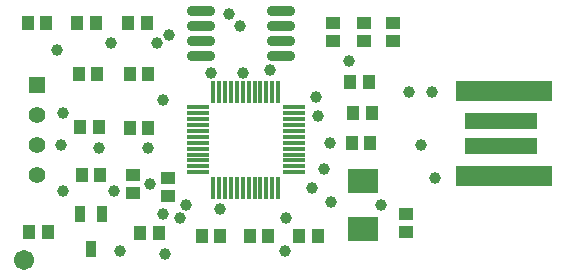
<source format=gts>
G04 Layer_Color=8388736*
%FSLAX25Y25*%
%MOIN*%
G70*
G01*
G75*
%ADD32R,0.04658X0.04461*%
%ADD33R,0.04461X0.04658*%
%ADD34R,0.10249X0.08280*%
%ADD35R,0.32296X0.06706*%
%ADD36R,0.24422X0.05524*%
%ADD37O,0.07487X0.01502*%
%ADD38O,0.01502X0.07487*%
%ADD39O,0.09461X0.03556*%
%ADD40R,0.03359X0.05328*%
%ADD41R,0.05524X0.05524*%
%ADD42C,0.05524*%
%ADD43C,0.03950*%
%ADD44C,0.06706*%
D32*
X119000Y85500D02*
D03*
Y91563D02*
D03*
X128500Y85469D02*
D03*
Y91531D02*
D03*
X108500Y91531D02*
D03*
Y85469D02*
D03*
X133000Y28032D02*
D03*
Y21969D02*
D03*
X53500Y33937D02*
D03*
Y40000D02*
D03*
X42000Y34969D02*
D03*
Y41032D02*
D03*
D33*
X121031Y51500D02*
D03*
X114969D02*
D03*
X121531Y61500D02*
D03*
X115469D02*
D03*
X120531Y72000D02*
D03*
X114469D02*
D03*
X44469Y21500D02*
D03*
X50532D02*
D03*
X47032Y56500D02*
D03*
X40968D02*
D03*
X103500Y20500D02*
D03*
X97437D02*
D03*
X81000D02*
D03*
X87063D02*
D03*
X71063D02*
D03*
X65000D02*
D03*
X24937Y41000D02*
D03*
X31000D02*
D03*
X24437Y57000D02*
D03*
X30500D02*
D03*
X23937Y74500D02*
D03*
X30000D02*
D03*
X47032D02*
D03*
X40968D02*
D03*
X29500Y91500D02*
D03*
X23437D02*
D03*
X46500D02*
D03*
X40437D02*
D03*
X13032D02*
D03*
X6968D02*
D03*
X13532Y22000D02*
D03*
X7468D02*
D03*
D34*
X118500Y39000D02*
D03*
Y22858D02*
D03*
D35*
X165500Y69000D02*
D03*
Y40500D02*
D03*
D36*
X164500Y50500D02*
D03*
Y59000D02*
D03*
D37*
X95500Y41846D02*
D03*
Y43815D02*
D03*
Y45783D02*
D03*
Y47752D02*
D03*
Y49720D02*
D03*
Y51689D02*
D03*
Y53658D02*
D03*
Y55626D02*
D03*
Y57595D02*
D03*
Y59563D02*
D03*
Y61532D02*
D03*
Y63500D02*
D03*
X63610D02*
D03*
Y61532D02*
D03*
Y59563D02*
D03*
Y57595D02*
D03*
Y55626D02*
D03*
Y53658D02*
D03*
Y51689D02*
D03*
Y49720D02*
D03*
Y47752D02*
D03*
Y45783D02*
D03*
Y43815D02*
D03*
Y41846D02*
D03*
D38*
X90382Y68618D02*
D03*
X88413D02*
D03*
X86445D02*
D03*
X84476D02*
D03*
X82508D02*
D03*
X80539D02*
D03*
X78571D02*
D03*
X76602D02*
D03*
X74634D02*
D03*
X72665D02*
D03*
X70697D02*
D03*
X68728D02*
D03*
Y36728D02*
D03*
X70697D02*
D03*
X72665D02*
D03*
X74634D02*
D03*
X76602D02*
D03*
X78571D02*
D03*
X80539D02*
D03*
X82508D02*
D03*
X84476D02*
D03*
X86445D02*
D03*
X88413D02*
D03*
X90382D02*
D03*
D39*
X64614Y95500D02*
D03*
Y90500D02*
D03*
Y85500D02*
D03*
Y80500D02*
D03*
X91386Y95500D02*
D03*
Y90500D02*
D03*
Y85500D02*
D03*
Y80500D02*
D03*
D40*
X28000Y16193D02*
D03*
X24260Y27807D02*
D03*
X31740D02*
D03*
D41*
X10000Y71000D02*
D03*
D42*
Y61000D02*
D03*
Y51000D02*
D03*
Y41000D02*
D03*
D43*
X87500Y76000D02*
D03*
X77500Y90500D02*
D03*
X124500Y31000D02*
D03*
X142500Y40000D02*
D03*
X114000Y79000D02*
D03*
X18500Y35500D02*
D03*
X35500D02*
D03*
X18000Y51000D02*
D03*
X30500Y50000D02*
D03*
X37500Y15500D02*
D03*
X52000Y28000D02*
D03*
X52500Y14500D02*
D03*
X92500Y15500D02*
D03*
X47000Y50000D02*
D03*
X47500Y38000D02*
D03*
X18500Y61500D02*
D03*
X54000Y87500D02*
D03*
X68000Y75000D02*
D03*
X107500Y51500D02*
D03*
X101500Y36500D02*
D03*
X103000Y67000D02*
D03*
X103500Y60500D02*
D03*
X34500Y85000D02*
D03*
X50000D02*
D03*
X16500Y82500D02*
D03*
X105500Y43000D02*
D03*
X52000Y66000D02*
D03*
X141500Y68500D02*
D03*
X134000D02*
D03*
X71000Y29500D02*
D03*
X93000Y26500D02*
D03*
X57500D02*
D03*
X108000Y32000D02*
D03*
X138000Y51000D02*
D03*
X59625Y30875D02*
D03*
X74000Y94500D02*
D03*
X78500Y75000D02*
D03*
D44*
X5500Y12500D02*
D03*
M02*

</source>
